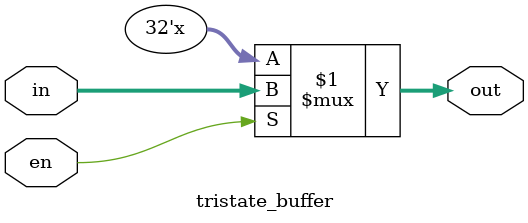
<source format=v>
module tristate_buffer(
    output [31:0] out,
    input [31:0] in,
    input en
);
    assign out = en ? in : 32'bz;

endmodule

</source>
